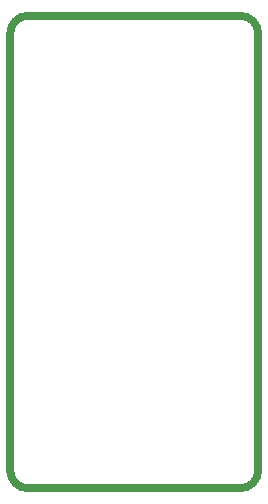
<source format=gko>
G04*
G04 #@! TF.GenerationSoftware,Altium Limited,Altium Designer,23.0.1 (38)*
G04*
G04 Layer_Color=16711935*
%FSLAX44Y44*%
%MOMM*%
G71*
G04*
G04 #@! TF.SameCoordinates,7A5085C4-4797-47AF-811B-807956FF0137*
G04*
G04*
G04 #@! TF.FilePolarity,Positive*
G04*
G01*
G75*
%ADD25C,0.6350*%
D25*
X15064Y400064D02*
G03*
X63Y385064I-0J-15000D01*
G01*
X210063Y385064D02*
G03*
X195063Y400064I-15000J0D01*
G01*
Y63D02*
G03*
X210063Y15064I0J15000D01*
G01*
X63Y15064D02*
G03*
X15064Y63I15000J0D01*
G01*
X63Y15064D02*
Y385064D01*
X15064Y400064D02*
X195063D01*
X210063Y15064D02*
Y385064D01*
X15064Y63D02*
X195063Y63D01*
M02*

</source>
